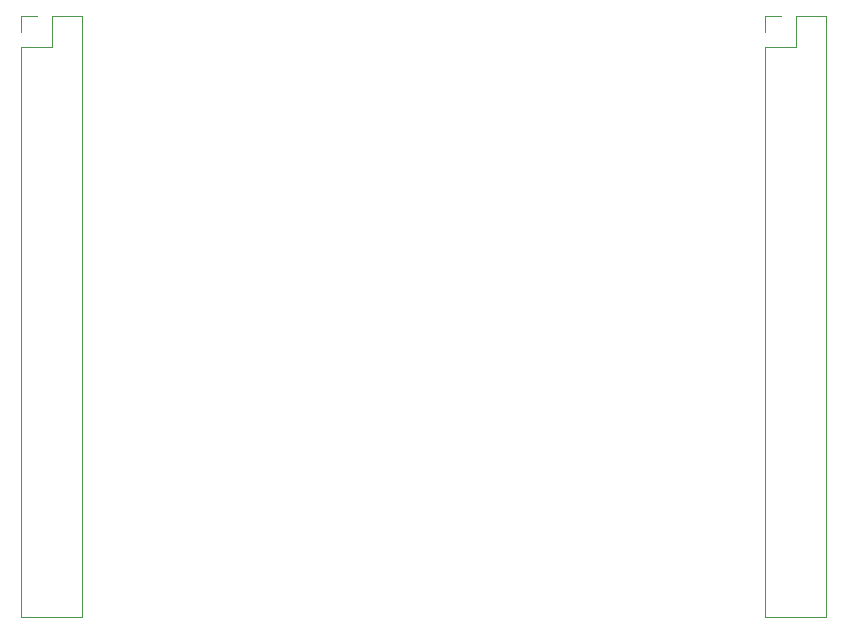
<source format=gbr>
%TF.GenerationSoftware,KiCad,Pcbnew,(5.1.0)-1*%
%TF.CreationDate,2019-04-29T18:51:34+10:00*%
%TF.ProjectId,CT2960_Riser,43543239-3630-45f5-9269-7365722e6b69,rev?*%
%TF.SameCoordinates,Original*%
%TF.FileFunction,Legend,Bot*%
%TF.FilePolarity,Positive*%
%FSLAX46Y46*%
G04 Gerber Fmt 4.6, Leading zero omitted, Abs format (unit mm)*
G04 Created by KiCad (PCBNEW (5.1.0)-1) date 2019-04-29 18:51:34*
%MOMM*%
%LPD*%
G04 APERTURE LIST*
%ADD10C,0.120000*%
G04 APERTURE END LIST*
D10*
X161550000Y-97668000D02*
X158950000Y-97668000D01*
X161550000Y-97668000D02*
X161550000Y-148588000D01*
X161550000Y-148588000D02*
X156350000Y-148588000D01*
X156350000Y-100268000D02*
X156350000Y-148588000D01*
X158950000Y-100268000D02*
X156350000Y-100268000D01*
X158950000Y-97668000D02*
X158950000Y-100268000D01*
X156350000Y-97668000D02*
X156350000Y-98998000D01*
X157680000Y-97668000D02*
X156350000Y-97668000D01*
X98550000Y-97668000D02*
X95950000Y-97668000D01*
X98550000Y-97668000D02*
X98550000Y-148588000D01*
X98550000Y-148588000D02*
X93350000Y-148588000D01*
X93350000Y-100268000D02*
X93350000Y-148588000D01*
X95950000Y-100268000D02*
X93350000Y-100268000D01*
X95950000Y-97668000D02*
X95950000Y-100268000D01*
X93350000Y-97668000D02*
X93350000Y-98998000D01*
X94680000Y-97668000D02*
X93350000Y-97668000D01*
M02*

</source>
